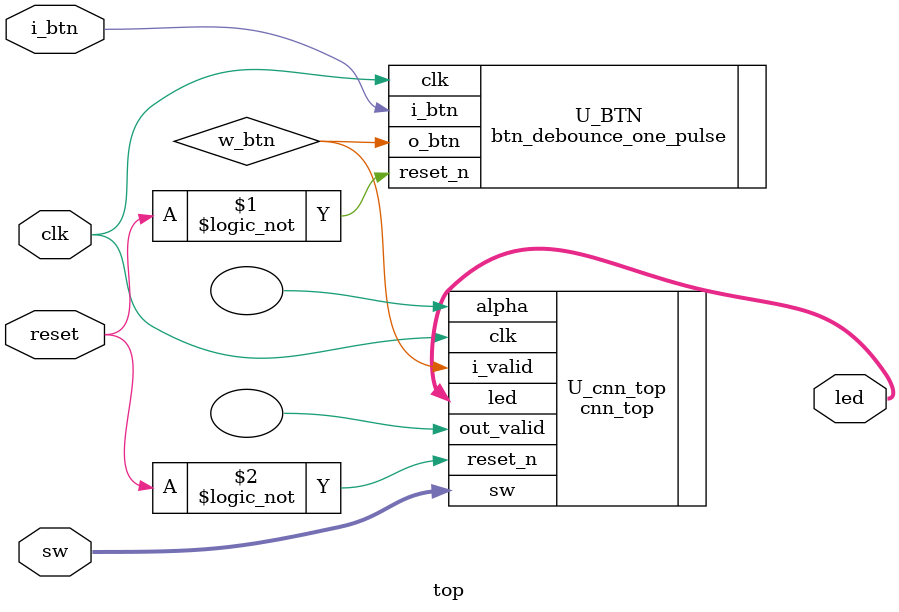
<source format=v>
`timescale 1ns/1ps


module top(
    input clk,
    input i_btn,
    input reset,
    input [3:0] sw,
    output [2:0] led
);
    parameter I_F_BW       = 8;
    parameter O_F_BW       = 20;
    parameter KX           = 5;
    parameter KY           = 5;
    parameter W_BW         = 8;
    parameter CI           = 1;
    parameter CO           = 3;
    parameter IX           = 28;
    parameter IY           = 28;
    parameter B_BW         = 16;
    parameter AK_BW        = 21;
    parameter ACI_BW       = 21;
    parameter AB_BW        = 21;
    parameter AR_BW        = 20;


    parameter BITSHIFT_BW  = 12;


    parameter OUT_W        = IX - KX + 1;
    parameter OUT_H        = IY - KY + 1;
    //pooling//
    parameter ST2_Pool_CI  = 3;
    parameter ST2_Pool_CO  = 3;
    parameter ST2_Conv_CI  = 3;
    parameter ST2_Conv_CO  = 3;
    parameter ST2_Conv_IBW = 20;
    parameter ST2_O_F_BW   = 35;
    parameter POOL_OUT_W = 12;
    parameter POOL_OUT_H = 1;

    wire w_btn;
    // wire clk_out;

    // clk_div5 u_clk_div5(
    // .clk(clk),        // 100MHz 입력 클럭
    // .reset_n(!reset),    // 비동기 리셋 (active low)
    // .clk_out(clk_out)  
    // );

    


    
    btn_debounce_one_pulse U_BTN(
        .clk(clk),
        .reset_n(!reset),
        .i_btn(i_btn),
        .o_btn(w_btn)
    );

    cnn_top #(
        .I_F_BW       (I_F_BW),
        .O_F_BW       (O_F_BW),
        .KX           (KX),
        .KY           (KY),
        .W_BW         (W_BW),
        .CI           (CI),
        .CO           (CO),
        .IX     (IX),
        .IY     (IY),
        .B_BW   (B_BW),
        .AK_BW  (AK_BW),
        .ACI_BW (ACI_BW),
        .AB_BW  (AB_BW),  
        .AR_BW  (AR_BW),
        .OUT_W(OUT_W),
        .OUT_H(OUT_H),
        .ST2_Pool_CI(ST2_Pool_CI),
        .ST2_Pool_CO(ST2_Pool_CO),
        .ST2_Conv_CI(ST2_Conv_CI),
        .ST2_Conv_CO(ST2_Conv_CO),
        .ST2_Conv_IBW (ST2_Conv_IBW),
        .ST2_O_F_BW   (ST2_O_F_BW),
        .POOL_OUT_W (POOL_OUT_W),
        .POOL_OUT_H(POOL_OUT_H)
    ) U_cnn_top(
        .clk(clk),
        .reset_n(!reset),
        .i_valid(w_btn),
        .sw(sw),
        .out_valid(),
        .alpha(),
        .led(led)
    );


endmodule

// module clk_div5 (
//     input  wire clk,        // 100MHz 입력 클럭
//     input  wire reset_n,    // 비동기 리셋 (active low)
//     output reg  clk_out     // 20MHz 출력 클럭
// );

//     reg [2:0] cnt;

//     always @(posedge clk or negedge reset_n) begin
//         if (!reset_n) begin
//             cnt     <= 3'd0;
//             clk_out <= 1'b0;
//         end else begin
//             if (cnt == 3'd4) begin
//                 clk_out <= ~clk_out;
//                 cnt <= 0;
//             end else begin
//                 cnt <= cnt + 1;
//             end
//         end
//     end

// endmodule


</source>
